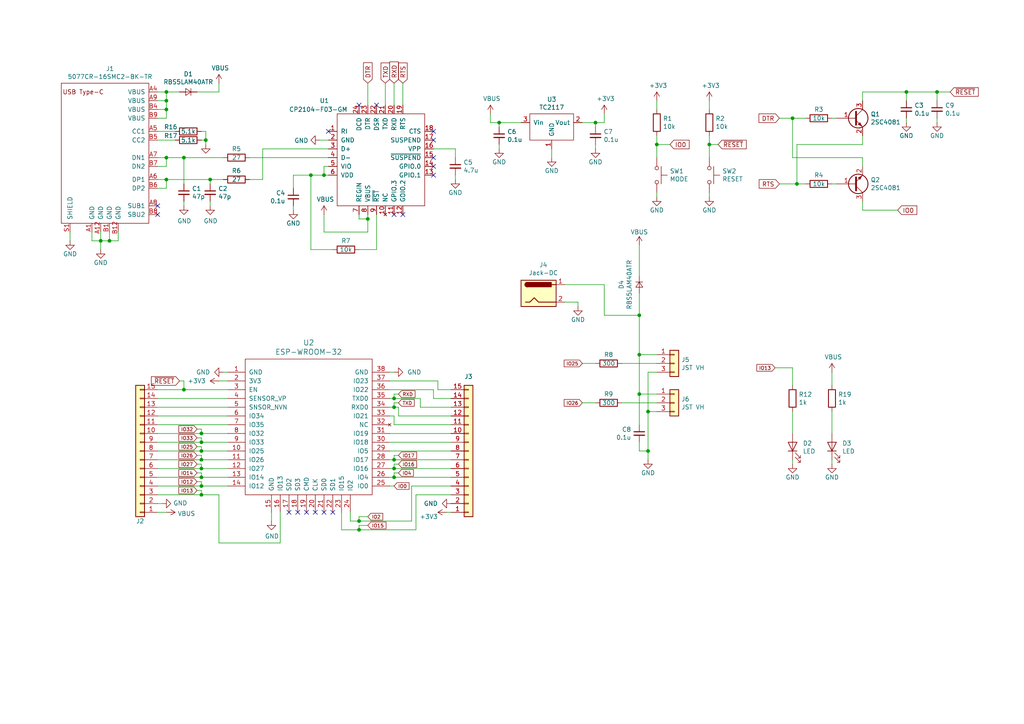
<source format=kicad_sch>
(kicad_sch (version 20230121) (generator eeschema)
  (paper "A4")
  (lib_symbols
    (symbol "ESP32_LED-rescue:+3.3V-power-ESP32_LED-rescue" (power) (pin_names (offset 0))
      (property "Value" "+3.3V-power-ESP32_LED-rescue" (at 0 3.556 0))
      (symbol "+3.3V-power-ESP32_LED-rescue_1_1"
        (pin power_in line (at 0 0 90) (length 0) hide (name "+3V3") (number "1"))
      )
    )
    (symbol "ESP32_LED-rescue:5077CR-16SMC2-BK-TR-akizuki-ESP32_LED-rescue" (pin_names (offset 1.016))
      (property "Reference" "J" (at -12.7 25.4 0))
      (property "Value" "ESP32_LED-rescue_5077CR-16SMC2-BK-TR-akizuki" (at -1.27 22.86 0))
      (symbol "5077CR-16SMC2-BK-TR-akizuki-ESP32_LED-rescue_0_0"
        (text "USB Type-C" (at -6.35 17.78 0) (effects (font (size 1.27 1.27))))
      )
      (symbol "5077CR-16SMC2-BK-TR-akizuki-ESP32_LED-rescue_1_1"
        (pin bidirectional line (at -3.81 -22.86 90) (length 2.54) (name "GND") (number "A1"))
        (pin bidirectional line (at -1.27 -22.86 90) (length 2.54) (name "GND") (number "A12"))
        (pin unspecified line (at 15.24 17.78 180) (length 2.54) (name "VBUS") (number "A4"))
        (pin bidirectional line (at 15.24 6.35 180) (length 2.54) (name "CC1") (number "A5"))
        (pin bidirectional line (at 15.24 -7.62 180) (length 2.54) (name "DP1") (number "A6"))
        (pin bidirectional line (at 15.24 -1.27 180) (length 2.54) (name "DN1") (number "A7"))
        (pin bidirectional line (at 15.24 -15.24 180) (length 2.54) (name "SUB1") (number "A8"))
        (pin unspecified line (at 15.24 15.24 180) (length 2.54) (name "VBUS") (number "A9"))
        (pin bidirectional line (at 1.27 -22.86 90) (length 2.54) (name "GND") (number "B1"))
        (pin bidirectional line (at 3.81 -22.86 90) (length 2.54) (name "GND") (number "B12"))
        (pin unspecified line (at 15.24 12.7 180) (length 2.54) (name "VBUS") (number "B4"))
        (pin bidirectional line (at 15.24 3.81 180) (length 2.54) (name "CC2") (number "B5"))
        (pin bidirectional line (at 15.24 -10.16 180) (length 2.54) (name "DP2") (number "B6"))
        (pin bidirectional line (at 15.24 -3.81 180) (length 2.54) (name "DN2") (number "B7"))
        (pin bidirectional line (at 15.24 -17.78 180) (length 2.54) (name "SBU2") (number "B8"))
        (pin unspecified line (at 15.24 10.16 180) (length 2.54) (name "VBUS") (number "B9"))
        (pin bidirectional line (at -10.16 -22.86 90) (length 2.54) (name "SHIELD") (number "S1"))
      )
    )
    (symbol "ESP32_LED-rescue:CP2104-F03-GM-CP21xx-ESP32_LED-rescue" (pin_names (offset 1.016))
      (property "Reference" "U" (at -16.51 15.24 0))
      (property "Value" "ESP32_LED-rescue_CP2104-F03-GM-CP21xx" (at -17.78 12.7 0))
      (symbol "CP2104-F03-GM-CP21xx-ESP32_LED-rescue_1_1"
        (pin bidirectional line (at -15.24 6.35 0) (length 2.54) (name "RI") (number "1"))
        (pin no_connect line (at 1.27 -17.78 90) (length 2.54) (name "NC") (number "10"))
        (pin bidirectional line (at 3.81 -17.78 90) (length 2.54) (name "GPIO.3") (number "11"))
        (pin bidirectional line (at 6.35 -17.78 90) (length 2.54) (name "GOIO.2") (number "12"))
        (pin bidirectional line (at 15.24 -6.35 180) (length 2.54) (name "GPIO.1") (number "13"))
        (pin bidirectional line (at 15.24 -3.81 180) (length 2.54) (name "GPIO.0") (number "14"))
        (pin bidirectional line (at 15.24 -1.27 180) (length 2.54) (name "~{SUSPEND}") (number "15"))
        (pin bidirectional line (at 15.24 1.27 180) (length 2.54) (name "VPP") (number "16"))
        (pin bidirectional line (at 15.24 3.81 180) (length 2.54) (name "SUSPEND") (number "17"))
        (pin bidirectional line (at 15.24 6.35 180) (length 2.54) (name "CTS") (number "18"))
        (pin bidirectional line (at 6.35 13.97 270) (length 2.54) (name "RTS") (number "19"))
        (pin bidirectional line (at -15.24 3.81 0) (length 2.54) (name "GND") (number "2"))
        (pin bidirectional line (at 3.81 13.97 270) (length 2.54) (name "RXD") (number "20"))
        (pin bidirectional line (at 1.27 13.97 270) (length 2.54) (name "TXD") (number "21"))
        (pin bidirectional line (at -1.27 13.97 270) (length 2.54) (name "DSR") (number "22"))
        (pin bidirectional line (at -3.81 13.97 270) (length 2.54) (name "DTR") (number "23"))
        (pin bidirectional line (at -6.35 13.97 270) (length 2.54) (name "DCD") (number "24"))
        (pin bidirectional line (at -15.24 1.27 0) (length 2.54) (name "D+") (number "3"))
        (pin bidirectional line (at -15.24 -1.27 0) (length 2.54) (name "D-") (number "4"))
        (pin bidirectional line (at -15.24 -3.81 0) (length 2.54) (name "VIO") (number "5"))
        (pin bidirectional line (at -15.24 -6.35 0) (length 2.54) (name "VDD") (number "6"))
        (pin bidirectional line (at -6.35 -17.78 90) (length 2.54) (name "REGIN") (number "7"))
        (pin power_in line (at -3.81 -17.78 90) (length 2.54) (name "VBUS") (number "8"))
        (pin bidirectional line (at -1.27 -17.78 90) (length 2.54) (name "~{RST}") (number "9"))
      )
    )
    (symbol "ESP32_LED-rescue:C_Small-Device-ESP32_LED-rescue" (pin_numbers hide) (pin_names (offset 0.254) hide)
      (property "Reference" "C" (at 0.254 1.778 0))
      (property "Value" "ESP32_LED-rescue_C_Small-Device" (at 0.254 -2.032 0))
      (symbol "C_Small-Device-ESP32_LED-rescue_1_1"
        (pin passive line (at 0 2.54 270) (length 2.032) (name "~") (number "1"))
        (pin passive line (at 0 -2.54 90) (length 2.032) (name "~") (number "2"))
      )
    )
    (symbol "ESP32_LED-rescue:Conn_01x03-Connector_Generic-ESP32_LED-rescue" (pin_names (offset 1.016) hide)
      (property "Reference" "J" (at 0 5.08 0))
      (property "Value" "ESP32_LED-rescue_Conn_01x03-Connector_Generic" (at 0 -5.08 0))
      (symbol "Conn_01x03-Connector_Generic-ESP32_LED-rescue_1_1"
        (pin passive line (at -5.08 2.54 0) (length 3.81) (name "Pin_1") (number "1"))
        (pin passive line (at -5.08 0 0) (length 3.81) (name "Pin_2") (number "2"))
        (pin passive line (at -5.08 -2.54 0) (length 3.81) (name "Pin_3") (number "3"))
      )
    )
    (symbol "ESP32_LED-rescue:Conn_01x15-Connector_Generic-ESP32_LED-rescue" (pin_names (offset 1.016) hide)
      (property "Reference" "J" (at 0 20.32 0))
      (property "Value" "ESP32_LED-rescue_Conn_01x15-Connector_Generic" (at 0 -20.32 0))
      (symbol "Conn_01x15-Connector_Generic-ESP32_LED-rescue_1_1"
        (pin passive line (at -5.08 17.78 0) (length 3.81) (name "Pin_1") (number "1"))
        (pin passive line (at -5.08 -5.08 0) (length 3.81) (name "Pin_10") (number "10"))
        (pin passive line (at -5.08 -7.62 0) (length 3.81) (name "Pin_11") (number "11"))
        (pin passive line (at -5.08 -10.16 0) (length 3.81) (name "Pin_12") (number "12"))
        (pin passive line (at -5.08 -12.7 0) (length 3.81) (name "Pin_13") (number "13"))
        (pin passive line (at -5.08 -15.24 0) (length 3.81) (name "Pin_14") (number "14"))
        (pin passive line (at -5.08 -17.78 0) (length 3.81) (name "Pin_15") (number "15"))
        (pin passive line (at -5.08 15.24 0) (length 3.81) (name "Pin_2") (number "2"))
        (pin passive line (at -5.08 12.7 0) (length 3.81) (name "Pin_3") (number "3"))
        (pin passive line (at -5.08 10.16 0) (length 3.81) (name "Pin_4") (number "4"))
        (pin passive line (at -5.08 7.62 0) (length 3.81) (name "Pin_5") (number "5"))
        (pin passive line (at -5.08 5.08 0) (length 3.81) (name "Pin_6") (number "6"))
        (pin passive line (at -5.08 2.54 0) (length 3.81) (name "Pin_7") (number "7"))
        (pin passive line (at -5.08 0 0) (length 3.81) (name "Pin_8") (number "8"))
        (pin passive line (at -5.08 -2.54 0) (length 3.81) (name "Pin_9") (number "9"))
      )
    )
    (symbol "ESP32_LED-rescue:D_Small-Device-ESP32_LED-rescue" (pin_numbers hide) (pin_names (offset 0.254) hide)
      (property "Reference" "D" (at -1.27 2.032 0))
      (property "Value" "ESP32_LED-rescue_D_Small-Device" (at -3.81 -2.032 0))
      (symbol "D_Small-Device-ESP32_LED-rescue_1_1"
        (pin passive line (at -2.54 0 0) (length 1.778) (name "K") (number "1"))
        (pin passive line (at 2.54 0 180) (length 1.778) (name "A") (number "2"))
      )
    )
    (symbol "ESP32_LED-rescue:GND-power-ESP32_LED-rescue" (power) (pin_names (offset 0))
      (property "Value" "GND-power-ESP32_LED-rescue" (at 0 -3.81 0))
      (symbol "GND-power-ESP32_LED-rescue_1_1"
        (pin power_in line (at 0 0 270) (length 0) hide (name "GND") (number "1"))
      )
    )
    (symbol "ESP32_LED-rescue:Jack-DC-Connector-ESP32_LED-rescue" (pin_names (offset 1.016))
      (property "Reference" "J" (at 0 5.334 0))
      (property "Value" "ESP32_LED-rescue_Jack-DC-Connector" (at 0 -5.08 0))
      (symbol "Jack-DC-Connector-ESP32_LED-rescue_1_1"
        (pin passive line (at 7.62 2.54 180) (length 2.54) (name "~") (number "1"))
        (pin passive line (at 7.62 -2.54 180) (length 2.54) (name "~") (number "2"))
      )
    )
    (symbol "ESP32_LED-rescue:LED-Device-ESP32_LED-rescue" (pin_numbers hide) (pin_names (offset 1.016) hide)
      (property "Reference" "D" (at 0 2.54 0))
      (property "Value" "ESP32_LED-rescue_LED-Device" (at 0 -2.54 0))
      (symbol "LED-Device-ESP32_LED-rescue_1_1"
        (pin passive line (at -3.81 0 0) (length 2.54) (name "K") (number "1"))
        (pin passive line (at 3.81 0 180) (length 2.54) (name "A") (number "2"))
      )
    )
    (symbol "ESP32_LED-rescue:Q_NPN_BEC-Device-ESP32_LED-rescue" (pin_names (offset 0) hide)
      (property "Reference" "Q" (at 5.08 1.27 0))
      (property "Value" "ESP32_LED-rescue_Q_NPN_BEC-Device" (at 5.08 -1.27 0))
      (symbol "Q_NPN_BEC-Device-ESP32_LED-rescue_1_1"
        (pin input line (at -5.08 0 0) (length 5.715) (name "B") (number "1"))
        (pin passive line (at 2.54 -5.08 90) (length 2.54) (name "E") (number "2"))
        (pin passive line (at 2.54 5.08 270) (length 2.54) (name "C") (number "3"))
      )
    )
    (symbol "ESP32_LED-rescue:R-Device-ESP32_LED-rescue" (pin_numbers hide) (pin_names (offset 0))
      (property "Reference" "R" (at 2.032 0 90))
      (property "Value" "ESP32_LED-rescue_R-Device" (at 0 0 90))
      (symbol "R-Device-ESP32_LED-rescue_1_1"
        (pin passive line (at 0 3.81 270) (length 1.27) (name "~") (number "1"))
        (pin passive line (at 0 -3.81 90) (length 1.27) (name "~") (number "2"))
      )
    )
    (symbol "ESP32_LED-rescue:SW_Push-Switch-ESP32_LED-rescue" (pin_numbers hide) (pin_names (offset 1.016) hide)
      (property "Reference" "SW" (at 1.27 2.54 0))
      (property "Value" "ESP32_LED-rescue_SW_Push-Switch" (at 0 -1.524 0))
      (symbol "SW_Push-Switch-ESP32_LED-rescue_0_1"
        (pin passive line (at -5.08 0 0) (length 2.54) (name "1") (number "1"))
        (pin passive line (at 5.08 0 180) (length 2.54) (name "2") (number "2"))
      )
    )
    (symbol "ESP32_LED-rescue:TC2117-LDO-ESP32_LED-rescue" (pin_names (offset 1.016))
      (property "Reference" "U" (at 0 6.35 0))
      (property "Value" "ESP32_LED-rescue_TC2117-LDO" (at 0 3.81 0))
      (symbol "TC2117-LDO-ESP32_LED-rescue_1_1"
        (pin power_out line (at 0 -7.62 90) (length 2.54) (name "GND") (number "1"))
        (pin power_out line (at 8.89 0 180) (length 2.54) (name "Vout") (number "2"))
        (pin power_in line (at -8.89 0 0) (length 2.54) (name "Vin") (number "3"))
      )
    )
    (symbol "ESP32_LED-rescue:VBUS-power-ESP32_LED-rescue" (power) (pin_names (offset 0))
      (property "Value" "VBUS-power-ESP32_LED-rescue" (at 0 3.81 0))
      (symbol "VBUS-power-ESP32_LED-rescue_1_1"
        (pin power_in line (at 0 0 90) (length 0) hide (name "VBUS") (number "1"))
      )
    )
    (symbol "esp-wroom-32:ESP-WROOM-32" (pin_names (offset 1.016))
      (property "Reference" "U" (at 0 21.59 0))
      (property "Value" "ESP-WROOM-32" (at 1.27 26.67 0))
      (symbol "ESP-WROOM-32_1_1"
        (pin input line (at -22.86 20.32 0) (length 5.08) (name "GND") (number "1"))
        (pin passive line (at -22.86 -2.54 0) (length 5.08) (name "IO25") (number "10"))
        (pin passive line (at -22.86 -5.08 0) (length 5.08) (name "IO26") (number "11"))
        (pin passive line (at -22.86 -7.62 0) (length 5.08) (name "IO27") (number "12"))
        (pin passive line (at -22.86 -10.16 0) (length 5.08) (name "IO14") (number "13"))
        (pin passive line (at -22.86 -12.7 0) (length 5.08) (name "IO12") (number "14"))
        (pin passive line (at -10.16 -20.32 90) (length 5.08) (name "GND") (number "15"))
        (pin passive line (at -7.62 -20.32 90) (length 5.08) (name "IO13") (number "16"))
        (pin passive line (at -5.08 -20.32 90) (length 5.08) (name "SD2") (number "17"))
        (pin passive line (at -2.54 -20.32 90) (length 5.08) (name "SD3") (number "18"))
        (pin passive line (at 0 -20.32 90) (length 5.08) (name "CMD") (number "19"))
        (pin input line (at -22.86 17.78 0) (length 5.08) (name "3V3") (number "2"))
        (pin passive line (at 2.54 -20.32 90) (length 5.08) (name "CLK") (number "20"))
        (pin passive line (at 5.08 -20.32 90) (length 5.08) (name "SD0") (number "21"))
        (pin passive line (at 7.62 -20.32 90) (length 5.08) (name "SD1") (number "22"))
        (pin passive line (at 10.16 -20.32 90) (length 5.08) (name "IO15") (number "23"))
        (pin passive line (at 12.7 -20.32 90) (length 5.08) (name "IO2") (number "24"))
        (pin passive line (at 24.13 -12.7 180) (length 5.08) (name "IO0") (number "25"))
        (pin passive line (at 24.13 -10.16 180) (length 5.08) (name "IO4") (number "26"))
        (pin passive line (at 24.13 -7.62 180) (length 5.08) (name "IO16") (number "27"))
        (pin passive line (at 24.13 -5.08 180) (length 5.08) (name "IO17") (number "28"))
        (pin passive line (at 24.13 -2.54 180) (length 5.08) (name "IO5") (number "29"))
        (pin passive line (at -22.86 15.24 0) (length 5.08) (name "EN") (number "3"))
        (pin passive line (at 24.13 0 180) (length 5.08) (name "IO18") (number "30"))
        (pin passive line (at 24.13 2.54 180) (length 5.08) (name "IO19") (number "31"))
        (pin no_connect line (at 24.13 5.08 180) (length 5.08) (name "NC") (number "32"))
        (pin passive line (at 24.13 7.62 180) (length 5.08) (name "IO21") (number "33"))
        (pin passive line (at 24.13 10.16 180) (length 5.08) (name "RXD0") (number "34"))
        (pin passive line (at 24.13 12.7 180) (length 5.08) (name "TXD0") (number "35"))
        (pin passive line (at 24.13 15.24 180) (length 5.08) (name "IO22") (number "36"))
        (pin passive line (at 24.13 17.78 180) (length 5.08) (name "IO23") (number "37"))
        (pin passive line (at 24.13 20.32 180) (length 5.08) (name "GND") (number "38"))
        (pin passive line (at -22.86 12.7 0) (length 5.08) (name "SENSOR_VP") (number "4"))
        (pin passive line (at -22.86 10.16 0) (length 5.08) (name "SNSOR_NVN") (number "5"))
        (pin passive line (at -22.86 7.62 0) (length 5.08) (name "IO34") (number "6"))
        (pin passive line (at -22.86 5.08 0) (length 5.08) (name "IO35") (number "7"))
        (pin passive line (at -22.86 2.54 0) (length 5.08) (name "IO32") (number "8"))
        (pin passive line (at -22.86 0 0) (length 5.08) (name "IO33") (number "9"))
      )
    )
  )
  (junction (at 172.72 35.56))
  (junction (at 187.96 119.38))
  (junction (at 205.74 41.91))
  (junction (at 58.42 128.27))
  (junction (at 31.75 69.85))
  (junction (at 104.14 153.67))
  (junction (at 90.17 50.8))
  (junction (at 185.42 91.44))
  (junction (at 59.69 40.64))
  (junction (at 58.42 125.73))
  (junction (at 271.78 26.67))
  (junction (at 144.78 35.56))
  (junction (at 48.26 29.21))
  (junction (at 114.3 118.11))
  (junction (at 29.21 69.85))
  (junction (at 58.42 143.51))
  (junction (at 106.68 63.5))
  (junction (at 104.14 151.13))
  (junction (at 60.96 52.07))
  (junction (at 114.3 115.57))
  (junction (at 58.42 140.97))
  (junction (at 58.42 138.43))
  (junction (at 114.3 133.35))
  (junction (at 185.42 114.3))
  (junction (at 58.42 130.81))
  (junction (at 231.14 53.34))
  (junction (at 48.26 31.75))
  (junction (at 53.34 113.03))
  (junction (at 187.96 130.81))
  (junction (at 262.89 26.67))
  (junction (at 190.5 41.91))
  (junction (at 48.26 45.72))
  (junction (at 185.42 102.87))
  (junction (at 93.98 50.8))
  (junction (at 58.42 135.89))
  (junction (at 114.3 135.89))
  (junction (at 48.26 52.07))
  (junction (at 114.3 138.43))
  (junction (at 48.26 26.67))
  (junction (at 229.87 34.29))
  (junction (at 58.42 133.35))
  (junction (at 53.34 45.72))
  (no_connect (at 83.82 148.59))
  (no_connect (at 96.52 148.59))
  (no_connect (at 93.98 148.59))
  (no_connect (at 88.9 148.59))
  (no_connect (at 91.44 148.59))
  (no_connect (at 125.73 38.1))
  (no_connect (at 86.36 148.59))
  (no_connect (at 45.72 62.23))
  (no_connect (at 125.73 45.72))
  (no_connect (at 104.14 30.48))
  (no_connect (at 95.25 38.1))
  (no_connect (at 109.22 30.48))
  (no_connect (at 45.72 59.69))
  (no_connect (at 114.3 62.23))
  (no_connect (at 116.84 62.23))
  (no_connect (at 125.73 50.8))
  (no_connect (at 125.73 48.26))
  (no_connect (at 125.73 40.64))
  (wire (pts (xy 29.21 69.85) (xy 31.75 69.85)))
  (wire (pts (xy 104.14 149.86) (xy 104.14 151.13)))
  (wire (pts (xy 90.17 72.39) (xy 90.17 50.8)))
  (wire (pts (xy 224.79 106.68) (xy 229.87 106.68)))
  (wire (pts (xy 57.15 132.08) (xy 58.42 132.08)))
  (wire (pts (xy 116.84 24.13) (xy 116.84 30.48)))
  (wire (pts (xy 250.19 41.91) (xy 250.19 39.37)))
  (wire (pts (xy 167.64 87.63) (xy 167.64 88.9)))
  (wire (pts (xy 125.73 113.03) (xy 113.03 113.03)))
  (wire (pts (xy 190.5 102.87) (xy 185.42 102.87)))
  (wire (pts (xy 58.42 40.64) (xy 59.69 40.64)))
  (wire (pts (xy 115.57 120.65) (xy 115.57 118.11)))
  (wire (pts (xy 113.03 140.97) (xy 114.3 140.97)))
  (wire (pts (xy 85.09 59.69) (xy 85.09 60.96)))
  (wire (pts (xy 57.15 142.24) (xy 58.42 142.24)))
  (wire (pts (xy 231.14 41.91) (xy 250.19 41.91)))
  (wire (pts (xy 53.34 110.49) (xy 52.07 110.49)))
  (wire (pts (xy 190.5 41.91) (xy 194.31 41.91)))
  (wire (pts (xy 119.38 140.97) (xy 130.81 140.97)))
  (wire (pts (xy 59.69 40.64) (xy 59.69 38.1)))
  (wire (pts (xy 58.42 134.62) (xy 58.42 135.89)))
  (wire (pts (xy 205.74 55.88) (xy 205.74 57.15)))
  (wire (pts (xy 187.96 133.35) (xy 187.96 130.81)))
  (wire (pts (xy 241.3 107.95) (xy 241.3 111.76)))
  (wire (pts (xy 113.03 135.89) (xy 114.3 135.89)))
  (wire (pts (xy 144.78 41.91) (xy 144.78 43.18)))
  (wire (pts (xy 45.72 31.75) (xy 48.26 31.75)))
  (wire (pts (xy 114.3 135.89) (xy 130.81 135.89)))
  (wire (pts (xy 48.26 29.21) (xy 48.26 26.67)))
  (wire (pts (xy 63.5 110.49) (xy 66.04 110.49)))
  (wire (pts (xy 119.38 151.13) (xy 119.38 140.97)))
  (wire (pts (xy 48.26 31.75) (xy 48.26 29.21)))
  (wire (pts (xy 233.68 53.34) (xy 231.14 53.34)))
  (wire (pts (xy 241.3 119.38) (xy 241.3 125.73)))
  (wire (pts (xy 101.6 148.59) (xy 101.6 151.13)))
  (wire (pts (xy 120.65 143.51) (xy 130.81 143.51)))
  (wire (pts (xy 114.3 137.16) (xy 115.57 137.16)))
  (wire (pts (xy 190.5 105.41) (xy 180.34 105.41)))
  (wire (pts (xy 26.67 69.85) (xy 29.21 69.85)))
  (wire (pts (xy 45.72 140.97) (xy 58.42 140.97)))
  (wire (pts (xy 190.5 116.84) (xy 180.34 116.84)))
  (wire (pts (xy 48.26 52.07) (xy 60.96 52.07)))
  (wire (pts (xy 106.68 149.86) (xy 104.14 149.86)))
  (wire (pts (xy 111.76 24.13) (xy 111.76 30.48)))
  (wire (pts (xy 229.87 45.72) (xy 250.19 45.72)))
  (wire (pts (xy 45.72 113.03) (xy 53.34 113.03)))
  (wire (pts (xy 175.26 82.55) (xy 175.26 91.44)))
  (wire (pts (xy 115.57 116.84) (xy 114.3 116.84)))
  (wire (pts (xy 57.15 129.54) (xy 58.42 129.54)))
  (wire (pts (xy 58.42 128.27) (xy 66.04 128.27)))
  (wire (pts (xy 48.26 52.07) (xy 45.72 52.07)))
  (wire (pts (xy 205.74 41.91) (xy 208.28 41.91)))
  (wire (pts (xy 187.96 119.38) (xy 190.5 119.38)))
  (wire (pts (xy 31.75 67.31) (xy 31.75 69.85)))
  (wire (pts (xy 45.72 125.73) (xy 58.42 125.73)))
  (wire (pts (xy 172.72 41.91) (xy 172.72 43.18)))
  (wire (pts (xy 48.26 34.29) (xy 48.26 31.75)))
  (wire (pts (xy 113.03 128.27) (xy 130.81 128.27)))
  (wire (pts (xy 250.19 45.72) (xy 250.19 48.26)))
  (wire (pts (xy 53.34 53.34) (xy 53.34 45.72)))
  (wire (pts (xy 106.68 62.23) (xy 106.68 63.5)))
  (wire (pts (xy 127 110.49) (xy 127 113.03)))
  (wire (pts (xy 93.98 50.8) (xy 90.17 50.8)))
  (wire (pts (xy 58.42 140.97) (xy 66.04 140.97)))
  (wire (pts (xy 104.14 63.5) (xy 106.68 63.5)))
  (wire (pts (xy 48.26 45.72) (xy 53.34 45.72)))
  (wire (pts (xy 29.21 69.85) (xy 29.21 72.39)))
  (wire (pts (xy 168.91 105.41) (xy 172.72 105.41)))
  (wire (pts (xy 163.83 87.63) (xy 167.64 87.63)))
  (wire (pts (xy 64.77 107.95) (xy 66.04 107.95)))
  (wire (pts (xy 114.3 115.57) (xy 121.92 115.57)))
  (wire (pts (xy 250.19 29.21) (xy 250.19 26.67)))
  (wire (pts (xy 114.3 118.11) (xy 113.03 118.11)))
  (wire (pts (xy 99.06 153.67) (xy 104.14 153.67)))
  (wire (pts (xy 241.3 53.34) (xy 242.57 53.34)))
  (wire (pts (xy 76.2 43.18) (xy 95.25 43.18)))
  (wire (pts (xy 57.15 124.46) (xy 58.42 124.46)))
  (wire (pts (xy 229.87 119.38) (xy 229.87 125.73)))
  (wire (pts (xy 58.42 127) (xy 58.42 128.27)))
  (wire (pts (xy 168.91 116.84) (xy 172.72 116.84)))
  (wire (pts (xy 50.8 40.64) (xy 45.72 40.64)))
  (wire (pts (xy 241.3 34.29) (xy 242.57 34.29)))
  (wire (pts (xy 229.87 34.29) (xy 229.87 45.72)))
  (wire (pts (xy 45.72 45.72) (xy 48.26 45.72)))
  (wire (pts (xy 113.03 110.49) (xy 127 110.49)))
  (wire (pts (xy 63.5 26.67) (xy 63.5 24.13)))
  (wire (pts (xy 53.34 45.72) (xy 64.77 45.72)))
  (wire (pts (xy 205.74 39.37) (xy 205.74 41.91)))
  (wire (pts (xy 114.3 114.3) (xy 114.3 115.57)))
  (wire (pts (xy 76.2 43.18) (xy 76.2 52.07)))
  (wire (pts (xy 250.19 26.67) (xy 262.89 26.67)))
  (wire (pts (xy 144.78 35.56) (xy 151.13 35.56)))
  (wire (pts (xy 93.98 48.26) (xy 93.98 50.8)))
  (wire (pts (xy 114.3 133.35) (xy 114.3 132.08)))
  (wire (pts (xy 115.57 120.65) (xy 130.81 120.65)))
  (wire (pts (xy 205.74 29.21) (xy 205.74 31.75)))
  (wire (pts (xy 125.73 43.18) (xy 132.08 43.18)))
  (wire (pts (xy 45.72 48.26) (xy 48.26 48.26)))
  (wire (pts (xy 90.17 72.39) (xy 96.52 72.39)))
  (wire (pts (xy 130.81 115.57) (xy 125.73 115.57)))
  (wire (pts (xy 58.42 135.89) (xy 66.04 135.89)))
  (wire (pts (xy 113.03 138.43) (xy 114.3 138.43)))
  (wire (pts (xy 63.5 143.51) (xy 63.5 157.48)))
  (wire (pts (xy 175.26 91.44) (xy 185.42 91.44)))
  (wire (pts (xy 58.42 138.43) (xy 66.04 138.43)))
  (wire (pts (xy 50.8 38.1) (xy 45.72 38.1)))
  (wire (pts (xy 190.5 45.72) (xy 190.5 41.91)))
  (wire (pts (xy 127 113.03) (xy 130.81 113.03)))
  (wire (pts (xy 104.14 152.4) (xy 104.14 153.67)))
  (wire (pts (xy 95.25 50.8) (xy 93.98 50.8)))
  (wire (pts (xy 113.03 125.73) (xy 130.81 125.73)))
  (wire (pts (xy 93.98 67.31) (xy 106.68 67.31)))
  (wire (pts (xy 45.72 135.89) (xy 58.42 135.89)))
  (wire (pts (xy 120.65 153.67) (xy 120.65 143.51)))
  (wire (pts (xy 142.24 35.56) (xy 144.78 35.56)))
  (wire (pts (xy 113.03 120.65) (xy 114.3 120.65)))
  (wire (pts (xy 114.3 107.95) (xy 113.03 107.95)))
  (wire (pts (xy 113.03 115.57) (xy 114.3 115.57)))
  (wire (pts (xy 121.92 118.11) (xy 130.81 118.11)))
  (wire (pts (xy 101.6 151.13) (xy 104.14 151.13)))
  (wire (pts (xy 144.78 36.83) (xy 144.78 35.56)))
  (wire (pts (xy 185.42 91.44) (xy 185.42 85.09)))
  (wire (pts (xy 99.06 148.59) (xy 99.06 153.67)))
  (wire (pts (xy 250.19 60.96) (xy 260.35 60.96)))
  (wire (pts (xy 114.3 30.48) (xy 114.3 24.13)))
  (wire (pts (xy 60.96 52.07) (xy 64.77 52.07)))
  (wire (pts (xy 104.14 72.39) (xy 109.22 72.39)))
  (wire (pts (xy 45.72 118.11) (xy 66.04 118.11)))
  (wire (pts (xy 58.42 137.16) (xy 58.42 138.43)))
  (wire (pts (xy 185.42 130.81) (xy 187.96 130.81)))
  (wire (pts (xy 95.25 48.26) (xy 93.98 48.26)))
  (wire (pts (xy 45.72 123.19) (xy 66.04 123.19)))
  (wire (pts (xy 26.67 67.31) (xy 26.67 69.85)))
  (wire (pts (xy 58.42 139.7) (xy 58.42 140.97)))
  (wire (pts (xy 106.68 152.4) (xy 104.14 152.4)))
  (wire (pts (xy 78.74 148.59) (xy 78.74 151.13)))
  (wire (pts (xy 190.5 29.21) (xy 190.5 31.75)))
  (wire (pts (xy 45.72 138.43) (xy 58.42 138.43)))
  (wire (pts (xy 229.87 133.35) (xy 229.87 134.62)))
  (wire (pts (xy 45.72 128.27) (xy 58.42 128.27)))
  (wire (pts (xy 163.83 82.55) (xy 175.26 82.55)))
  (wire (pts (xy 57.15 137.16) (xy 58.42 137.16)))
  (wire (pts (xy 85.09 50.8) (xy 90.17 50.8)))
  (wire (pts (xy 271.78 26.67) (xy 275.59 26.67)))
  (wire (pts (xy 271.78 29.21) (xy 271.78 26.67)))
  (wire (pts (xy 104.14 153.67) (xy 120.65 153.67)))
  (wire (pts (xy 58.42 129.54) (xy 58.42 130.81)))
  (wire (pts (xy 58.42 125.73) (xy 66.04 125.73)))
  (wire (pts (xy 114.3 138.43) (xy 114.3 137.16)))
  (wire (pts (xy 190.5 55.88) (xy 190.5 57.15)))
  (wire (pts (xy 57.15 134.62) (xy 58.42 134.62)))
  (wire (pts (xy 34.29 69.85) (xy 34.29 67.31)))
  (wire (pts (xy 271.78 34.29) (xy 271.78 35.56)))
  (wire (pts (xy 241.3 133.35) (xy 241.3 134.62)))
  (wire (pts (xy 231.14 53.34) (xy 231.14 41.91)))
  (wire (pts (xy 58.42 130.81) (xy 66.04 130.81)))
  (wire (pts (xy 104.14 151.13) (xy 119.38 151.13)))
  (wire (pts (xy 185.42 128.27) (xy 185.42 130.81)))
  (wire (pts (xy 20.32 69.85) (xy 20.32 67.31)))
  (wire (pts (xy 29.21 67.31) (xy 29.21 69.85)))
  (wire (pts (xy 45.72 130.81) (xy 58.42 130.81)))
  (wire (pts (xy 45.72 120.65) (xy 66.04 120.65)))
  (wire (pts (xy 48.26 48.26) (xy 48.26 45.72)))
  (wire (pts (xy 114.3 120.65) (xy 114.3 123.19)))
  (wire (pts (xy 121.92 115.57) (xy 121.92 118.11)))
  (wire (pts (xy 45.72 148.59) (xy 48.26 148.59)))
  (wire (pts (xy 106.68 24.13) (xy 106.68 30.48)))
  (wire (pts (xy 262.89 26.67) (xy 271.78 26.67)))
  (wire (pts (xy 45.72 146.05) (xy 46.99 146.05)))
  (wire (pts (xy 114.3 135.89) (xy 114.3 134.62)))
  (wire (pts (xy 45.72 26.67) (xy 48.26 26.67)))
  (wire (pts (xy 45.72 133.35) (xy 58.42 133.35)))
  (wire (pts (xy 113.03 133.35) (xy 114.3 133.35)))
  (wire (pts (xy 114.3 116.84) (xy 114.3 118.11)))
  (wire (pts (xy 92.71 40.64) (xy 95.25 40.64)))
  (wire (pts (xy 58.42 133.35) (xy 66.04 133.35)))
  (wire (pts (xy 72.39 45.72) (xy 95.25 45.72)))
  (wire (pts (xy 172.72 35.56) (xy 175.26 35.56)))
  (wire (pts (xy 172.72 36.83) (xy 172.72 35.56)))
  (wire (pts (xy 57.15 139.7) (xy 58.42 139.7)))
  (wire (pts (xy 45.72 115.57) (xy 66.04 115.57)))
  (wire (pts (xy 187.96 107.95) (xy 187.96 119.38)))
  (wire (pts (xy 57.15 127) (xy 58.42 127)))
  (wire (pts (xy 53.34 58.42) (xy 53.34 59.69)))
  (wire (pts (xy 72.39 52.07) (xy 76.2 52.07)))
  (wire (pts (xy 31.75 69.85) (xy 34.29 69.85)))
  (wire (pts (xy 130.81 148.59) (xy 129.54 148.59)))
  (wire (pts (xy 190.5 114.3) (xy 185.42 114.3)))
  (wire (pts (xy 59.69 38.1) (xy 58.42 38.1)))
  (wire (pts (xy 63.5 157.48) (xy 81.28 157.48)))
  (wire (pts (xy 106.68 63.5) (xy 106.68 67.31)))
  (wire (pts (xy 142.24 33.02) (xy 142.24 35.56)))
  (wire (pts (xy 45.72 34.29) (xy 48.26 34.29)))
  (wire (pts (xy 229.87 106.68) (xy 229.87 111.76)))
  (wire (pts (xy 231.14 53.34) (xy 226.06 53.34)))
  (wire (pts (xy 59.69 41.91) (xy 59.69 40.64)))
  (wire (pts (xy 132.08 43.18) (xy 132.08 45.72)))
  (wire (pts (xy 109.22 72.39) (xy 109.22 62.23)))
  (wire (pts (xy 114.3 123.19) (xy 130.81 123.19)))
  (wire (pts (xy 114.3 133.35) (xy 130.81 133.35)))
  (wire (pts (xy 132.08 50.8) (xy 132.08 52.07)))
  (wire (pts (xy 229.87 34.29) (xy 233.68 34.29)))
  (wire (pts (xy 190.5 107.95) (xy 187.96 107.95)))
  (wire (pts (xy 58.42 142.24) (xy 58.42 143.51)))
  (wire (pts (xy 104.14 62.23) (xy 104.14 63.5)))
  (wire (pts (xy 53.34 110.49) (xy 53.34 113.03)))
  (wire (pts (xy 53.34 113.03) (xy 66.04 113.03)))
  (wire (pts (xy 57.15 26.67) (xy 63.5 26.67)))
  (wire (pts (xy 114.3 138.43) (xy 130.81 138.43)))
  (wire (pts (xy 114.3 134.62) (xy 115.57 134.62)))
  (wire (pts (xy 113.03 130.81) (xy 130.81 130.81)))
  (wire (pts (xy 185.42 71.12) (xy 185.42 80.01)))
  (wire (pts (xy 250.19 58.42) (xy 250.19 60.96)))
  (wire (pts (xy 85.09 50.8) (xy 85.09 54.61)))
  (wire (pts (xy 81.28 157.48) (xy 81.28 148.59)))
  (wire (pts (xy 60.96 53.34) (xy 60.96 52.07)))
  (wire (pts (xy 190.5 39.37) (xy 190.5 41.91)))
  (wire (pts (xy 58.42 143.51) (xy 63.5 143.51)))
  (wire (pts (xy 262.89 34.29) (xy 262.89 35.56)))
  (wire (pts (xy 125.73 115.57) (xy 125.73 113.03)))
  (wire (pts (xy 160.02 43.18) (xy 160.02 45.72)))
  (wire (pts (xy 58.42 124.46) (xy 58.42 125.73)))
  (wire (pts (xy 114.3 132.08) (xy 115.57 132.08)))
  (wire (pts (xy 187.96 119.38) (xy 187.96 130.81)))
  (wire (pts (xy 45.72 143.51) (xy 58.42 143.51)))
  (wire (pts (xy 185.42 102.87) (xy 185.42 114.3)))
  (wire (pts (xy 45.72 54.61) (xy 48.26 54.61)))
  (wire (pts (xy 48.26 26.67) (xy 52.07 26.67)))
  (wire (pts (xy 226.06 34.29) (xy 229.87 34.29)))
  (wire (pts (xy 58.42 132.08) (xy 58.42 133.35)))
  (wire (pts (xy 205.74 45.72) (xy 205.74 41.91)))
  (wire (pts (xy 93.98 62.23) (xy 93.98 67.31)))
  (wire (pts (xy 115.57 114.3) (xy 114.3 114.3)))
  (wire (pts (xy 48.26 29.21) (xy 45.72 29.21)))
  (wire (pts (xy 262.89 29.21) (xy 262.89 26.67)))
  (wire (pts (xy 48.26 52.07) (xy 48.26 54.61)))
  (wire (pts (xy 185.42 91.44) (xy 185.42 102.87)))
  (wire (pts (xy 60.96 58.42) (xy 60.96 59.69)))
  (wire (pts (xy 175.26 33.02) (xy 175.26 35.56)))
  (wire (pts (xy 115.57 118.11) (xy 114.3 118.11)))
  (wire (pts (xy 168.91 35.56) (xy 172.72 35.56)))
  (wire (pts (xy 185.42 114.3) (xy 185.42 123.19)))
  (global_label "~{RESET}" (shape input) (at 208.28 41.91 0) (property "Intersheetrefs" "${INTERSHEET_REFS}" (effects hide)))
  (global_label "IO0" (shape input) (at 114.3 140.97 0) (effects (font (size 0.9906 0.9906))) (property "Intersheetrefs" "${INTERSHEET_REFS}" (effects hide)))
  (global_label "IO13" (shape input) (at 57.15 142.24 180) (effects (font (size 0.9906 0.9906))) (property "Intersheetrefs" "${INTERSHEET_REFS}" (effects hide)))
  (global_label "TXD" (shape input) (at 111.76 24.13 90) (property "Intersheetrefs" "${INTERSHEET_REFS}" (effects hide)))
  (global_label "IO25" (shape input) (at 168.91 105.41 180) (effects (font (size 0.9906 0.9906))) (property "Intersheetrefs" "${INTERSHEET_REFS}" (effects hide)))
  (global_label "IO17" (shape input) (at 115.57 132.08 0) (effects (font (size 0.9906 0.9906))) (property "Intersheetrefs" "${INTERSHEET_REFS}" (effects hide)))
  (global_label "IO2" (shape input) (at 106.68 149.86 0) (effects (font (size 0.9906 0.9906))) (property "Intersheetrefs" "${INTERSHEET_REFS}" (effects hide)))
  (global_label "IO26" (shape input) (at 168.91 116.84 180) (effects (font (size 0.9906 0.9906))) (property "Intersheetrefs" "${INTERSHEET_REFS}" (effects hide)))
  (global_label "IO26" (shape input) (at 57.15 132.08 180) (effects (font (size 0.9906 0.9906))) (property "Intersheetrefs" "${INTERSHEET_REFS}" (effects hide)))
  (global_label "~{RESET}" (shape input) (at 52.07 110.49 180) (property "Intersheetrefs" "${INTERSHEET_REFS}" (effects hide)))
  (global_label "IO33" (shape input) (at 57.15 127 180) (effects (font (size 0.9906 0.9906))) (property "Intersheetrefs" "${INTERSHEET_REFS}" (effects hide)))
  (global_label "RTS" (shape input) (at 226.06 53.34 180) (property "Intersheetrefs" "${INTERSHEET_REFS}" (effects hide)))
  (global_label "RXD" (shape input) (at 114.3 24.13 90) (property "Intersheetrefs" "${INTERSHEET_REFS}" (effects hide)))
  (global_label "IO25" (shape input) (at 57.15 129.54 180) (effects (font (size 0.9906 0.9906))) (property "Intersheetrefs" "${INTERSHEET_REFS}" (effects hide)))
  (global_label "IO27" (shape input) (at 57.15 134.62 180) (effects (font (size 0.9906 0.9906))) (property "Intersheetrefs" "${INTERSHEET_REFS}" (effects hide)))
  (global_label "IO13" (shape input) (at 224.79 106.68 180) (effects (font (size 0.9906 0.9906))) (property "Intersheetrefs" "${INTERSHEET_REFS}" (effects hide)))
  (global_label "TXD" (shape input) (at 115.57 116.84 0) (effects (font (size 0.9906 0.9906))) (property "Intersheetrefs" "${INTERSHEET_REFS}" (effects hide)))
  (global_label "IO32" (shape input) (at 57.15 124.46 180) (effects (font (size 0.9906 0.9906))) (property "Intersheetrefs" "${INTERSHEET_REFS}" (effects hide)))
  (global_label "IO0" (shape input) (at 194.31 41.91 0) (property "Intersheetrefs" "${INTERSHEET_REFS}" (effects hide)))
  (global_label "IO14" (shape input) (at 57.15 137.16 180) (effects (font (size 0.9906 0.9906))) (property "Intersheetrefs" "${INTERSHEET_REFS}" (effects hide)))
  (global_label "DTR" (shape input) (at 106.68 24.13 90) (property "Intersheetrefs" "${INTERSHEET_REFS}" (effects hide)))
  (global_label "IO4" (shape input) (at 115.57 137.16 0) (effects (font (size 0.9906 0.9906))) (property "Intersheetrefs" "${INTERSHEET_REFS}" (effects hide)))
  (global_label "IO12" (shape input) (at 57.15 139.7 180) (effects (font (size 0.9906 0.9906))) (property "Intersheetrefs" "${INTERSHEET_REFS}" (effects hide)))
  (global_label "DTR" (shape input) (at 226.06 34.29 180) (property "Intersheetrefs" "${INTERSHEET_REFS}" (effects hide)))
  (global_label "IO15" (shape input) (at 106.68 152.4 0) (effects (font (size 0.9906 0.9906))) (property "Intersheetrefs" "${INTERSHEET_REFS}" (effects hide)))
  (global_label "IO0" (shape input) (at 260.35 60.96 0) (property "Intersheetrefs" "${INTERSHEET_REFS}" (effects hide)))
  (global_label "RTS" (shape input) (at 116.84 24.13 90) (property "Intersheetrefs" "${INTERSHEET_REFS}" (effects hide)))
  (global_label "~{RESET}" (shape input) (at 275.59 26.67 0) (property "Intersheetrefs" "${INTERSHEET_REFS}" (effects hide)))
  (global_label "RXD" (shape input) (at 115.57 114.3 0) (effects (font (size 0.9906 0.9906))) (property "Intersheetrefs" "${INTERSHEET_REFS}" (effects hide)))
  (global_label "IO16" (shape input) (at 115.57 134.62 0) (effects (font (size 0.9906 0.9906))) (property "Intersheetrefs" "${INTERSHEET_REFS}" (effects hide)))
  (symbol (lib_id "esp-wroom-32:ESP-WROOM-32") (at 88.9 128.27 0) (unit 1)
    (property "Reference" "U2" (at 89.535 99.3902 0) (effects (font (size 1.524 1.524))))
    (property "Value" "ESP-WROOM-32" (at 89.535 102.0826 0) (effects (font (size 1.524 1.524))))
    (property "Footprint" "ESP32:ESP32" (effects hide))
  )
  (symbol (lib_id "ESP32_LED-rescue:GND-power-ESP32_LED-rescue") (at 29.21 72.39 0) (unit 1)
    (property "Reference" "#PWR04" (effects hide))
    (property "Value" "GND" (at 29.21 76.2 0))
  )
  (symbol (lib_id "ESP32_LED-rescue:GND-power-ESP32_LED-rescue") (at 20.32 69.85 0) (unit 1)
    (property "Reference" "#PWR03" (effects hide))
    (property "Value" "GND" (at 20.32 73.66 0))
  )
  (symbol (lib_id "ESP32_LED-rescue:TC2117-LDO-ESP32_LED-rescue") (at 160.02 35.56 0) (unit 1)
    (property "Reference" "U3" (at 160.02 28.829 0))
    (property "Value" "TC2117" (at 160.02 31.1404 0))
    (property "Footprint" "Package_TO_SOT_SMD:SOT-223" (effects hide))
  )
  (symbol (lib_id "ESP32_LED-rescue:GND-power-ESP32_LED-rescue") (at 160.02 45.72 0) (unit 1)
    (property "Reference" "#PWR025" (effects hide))
    (property "Value" "GND" (at 160.02 49.53 0))
  )
  (symbol (lib_id "ESP32_LED-rescue:GND-power-ESP32_LED-rescue") (at 64.77 107.95 270) (unit 1)
    (property "Reference" "#PWR014" (effects hide))
    (property "Value" "GND" (at 60.96 107.95 90) (effects (justify right)))
  )
  (symbol (lib_id "ESP32_LED-rescue:GND-power-ESP32_LED-rescue") (at 114.3 107.95 90) (unit 1)
    (property "Reference" "#PWR020" (effects hide))
    (property "Value" "GND" (at 118.11 107.95 90) (effects (justify right)))
  )
  (symbol (lib_id "ESP32_LED-rescue:GND-power-ESP32_LED-rescue") (at 78.74 151.13 0) (unit 1)
    (property "Reference" "#PWR018" (effects hide))
    (property "Value" "GND" (at 78.867 155.5242 0))
  )
  (symbol (lib_id "ESP32_LED-rescue:+3.3V-power-ESP32_LED-rescue") (at 175.26 33.02 0) (unit 1)
    (property "Reference" "#PWR027" (effects hide))
    (property "Value" "+3.3V" (at 175.641 28.6258 0))
  )
  (symbol (lib_id "ESP32_LED-rescue:R-Device-ESP32_LED-rescue") (at 68.58 45.72 270) (unit 1)
    (property "Reference" "R5" (at 68.58 43.18 90))
    (property "Value" "27" (at 68.58 45.72 90))
    (property "Footprint" "Resistor_SMD:R_0402_1005Metric" (effects hide))
  )
  (symbol (lib_id "ESP32_LED-rescue:R-Device-ESP32_LED-rescue") (at 68.58 52.07 270) (unit 1)
    (property "Reference" "R6" (at 68.58 49.53 90))
    (property "Value" "27" (at 68.58 52.07 90))
    (property "Footprint" "Resistor_SMD:R_0402_1005Metric" (effects hide))
  )
  (symbol (lib_id "ESP32_LED-rescue:C_Small-Device-ESP32_LED-rescue") (at 85.09 57.15 0) (mirror y) (unit 1)
    (property "Reference" "C4" (at 82.7532 55.9816 0) (effects (justify left)))
    (property "Value" "0.1u" (at 82.7532 58.293 0) (effects (justify left)))
    (property "Footprint" "Capacitor_SMD:C_0402_1005Metric" (effects hide))
  )
  (symbol (lib_id "ESP32_LED-rescue:GND-power-ESP32_LED-rescue") (at 85.09 60.96 0) (unit 1)
    (property "Reference" "#PWR013" (effects hide))
    (property "Value" "GND" (at 85.09 64.77 0))
  )
  (symbol (lib_id "ESP32_LED-rescue:C_Small-Device-ESP32_LED-rescue") (at 53.34 55.88 0) (unit 1)
    (property "Reference" "C1" (at 55.6768 54.7116 0) (effects (justify left)))
    (property "Value" "47p" (at 55.6768 57.023 0) (effects (justify left)))
    (property "Footprint" "Capacitor_SMD:C_0402_1005Metric" (effects hide))
  )
  (symbol (lib_id "ESP32_LED-rescue:C_Small-Device-ESP32_LED-rescue") (at 60.96 55.88 0) (unit 1)
    (property "Reference" "C2" (at 63.2968 54.7116 0) (effects (justify left)))
    (property "Value" "47p" (at 63.2968 57.023 0) (effects (justify left)))
    (property "Footprint" "Capacitor_SMD:C_0402_1005Metric" (effects hide))
  )
  (symbol (lib_id "ESP32_LED-rescue:GND-power-ESP32_LED-rescue") (at 53.34 59.69 0) (unit 1)
    (property "Reference" "#PWR07" (effects hide))
    (property "Value" "GND" (at 53.467 64.0842 0))
  )
  (symbol (lib_id "ESP32_LED-rescue:GND-power-ESP32_LED-rescue") (at 60.96 59.69 0) (unit 1)
    (property "Reference" "#PWR09" (effects hide))
    (property "Value" "GND" (at 61.087 64.0842 0))
  )
  (symbol (lib_id "ESP32_LED-rescue:+3.3V-power-ESP32_LED-rescue") (at 63.5 110.49 90) (unit 1)
    (property "Reference" "#PWR015" (effects hide))
    (property "Value" "+3.3V" (at 59.69 110.49 90) (effects (justify left)))
  )
  (symbol (lib_id "ESP32_LED-rescue:R-Device-ESP32_LED-rescue") (at 205.74 35.56 0) (unit 1)
    (property "Reference" "R2" (at 207.518 34.3916 0) (effects (justify left)))
    (property "Value" "10k" (at 207.518 36.703 0) (effects (justify left)))
    (property "Footprint" "Resistor_SMD:R_0402_1005Metric" (effects hide))
  )
  (symbol (lib_id "ESP32_LED-rescue:+3.3V-power-ESP32_LED-rescue") (at 205.74 29.21 0) (unit 1)
    (property "Reference" "#PWR05" (effects hide))
    (property "Value" "+3.3V" (at 206.121 24.8158 0))
  )
  (symbol (lib_id "ESP32_LED-rescue:GND-power-ESP32_LED-rescue") (at 205.74 57.15 0) (unit 1)
    (property "Reference" "#PWR06" (effects hide))
    (property "Value" "GND" (at 205.74 60.96 0))
  )
  (symbol (lib_id "ESP32_LED-rescue:Conn_01x15-Connector_Generic-ESP32_LED-rescue") (at 135.89 130.81 0) (mirror x) (unit 1)
    (property "Reference" "J3" (at 135.89 109.22 0))
    (property "Value" "Conn_01x15" (effects hide))
    (property "Footprint" "Connector_PinHeader_2.54mm:PinHeader_1x15_P2.54mm_Vertical" (effects hide))
  )
  (symbol (lib_id "ESP32_LED-rescue:Conn_01x15-Connector_Generic-ESP32_LED-rescue") (at 40.64 130.81 180) (unit 1)
    (property "Reference" "J2" (at 40.64 151.13 0))
    (property "Value" "Conn_01x15" (effects hide))
    (property "Footprint" "Connector_PinHeader_2.54mm:PinHeader_1x15_P2.54mm_Vertical" (effects hide))
  )
  (symbol (lib_id "ESP32_LED-rescue:GND-power-ESP32_LED-rescue") (at 130.81 146.05 270) (unit 1)
    (property "Reference" "#PWR021" (effects hide))
    (property "Value" "GND" (at 127 146.05 90) (effects (justify right)))
  )
  (symbol (lib_id "ESP32_LED-rescue:+3.3V-power-ESP32_LED-rescue") (at 129.54 148.59 90) (unit 1)
    (property "Reference" "#PWR022" (effects hide))
    (property "Value" "+3.3V" (at 127 149.86 90) (effects (justify left)))
  )
  (symbol (lib_id "ESP32_LED-rescue:R-Device-ESP32_LED-rescue") (at 176.53 105.41 270) (unit 1)
    (property "Reference" "R8" (at 176.53 102.87 90))
    (property "Value" "300" (at 176.53 105.41 90))
    (property "Footprint" "Resistor_SMD:R_0402_1005Metric" (effects hide))
  )
  (symbol (lib_id "ESP32_LED-rescue:R-Device-ESP32_LED-rescue") (at 176.53 116.84 270) (unit 1)
    (property "Reference" "R9" (at 176.53 114.3 90))
    (property "Value" "300" (at 176.53 116.84 90))
    (property "Footprint" "Resistor_SMD:R_0402_1005Metric" (effects hide))
  )
  (symbol (lib_id "ESP32_LED-rescue:GND-power-ESP32_LED-rescue") (at 46.99 146.05 90) (unit 1)
    (property "Reference" "#PWR011" (effects hide))
    (property "Value" "GND" (at 50.2412 145.923 90) (effects (justify right)))
  )
  (symbol (lib_id "ESP32_LED-rescue:SW_Push-Switch-ESP32_LED-rescue") (at 205.74 50.8 270) (unit 1)
    (property "Reference" "SW2" (at 209.4992 49.6316 90) (effects (justify left)))
    (property "Value" "RESET" (at 209.4992 51.943 90) (effects (justify left)))
    (property "Footprint" "akizuki:SKRPACE010" (effects hide))
  )
  (symbol (lib_id "ESP32_LED-rescue:R-Device-ESP32_LED-rescue") (at 190.5 35.56 0) (unit 1)
    (property "Reference" "R1" (at 192.278 34.3916 0) (effects (justify left)))
    (property "Value" "10k" (at 192.278 36.703 0) (effects (justify left)))
    (property "Footprint" "Resistor_SMD:R_0402_1005Metric" (effects hide))
  )
  (symbol (lib_id "ESP32_LED-rescue:+3.3V-power-ESP32_LED-rescue") (at 190.5 29.21 0) (unit 1)
    (property "Reference" "#PWR01" (effects hide))
    (property "Value" "+3.3V" (at 190.881 24.8158 0))
  )
  (symbol (lib_id "ESP32_LED-rescue:GND-power-ESP32_LED-rescue") (at 190.5 57.15 0) (unit 1)
    (property "Reference" "#PWR02" (effects hide))
    (property "Value" "GND" (at 190.5 60.96 0))
  )
  (symbol (lib_id "ESP32_LED-rescue:SW_Push-Switch-ESP32_LED-rescue") (at 190.5 50.8 270) (unit 1)
    (property "Reference" "SW1" (at 194.2592 49.6316 90) (effects (justify left)))
    (property "Value" "MODE" (at 194.2592 51.943 90) (effects (justify left)))
    (property "Footprint" "akizuki:SKRPACE010" (effects hide))
  )
  (symbol (lib_id "ESP32_LED-rescue:R-Device-ESP32_LED-rescue") (at 237.49 34.29 270) (unit 1)
    (property "Reference" "R3" (at 237.49 31.75 90))
    (property "Value" "10k" (at 237.49 34.29 90))
    (property "Footprint" "Resistor_SMD:R_0402_1005Metric" (effects hide))
  )
  (symbol (lib_id "ESP32_LED-rescue:R-Device-ESP32_LED-rescue") (at 237.49 53.34 270) (unit 1)
    (property "Reference" "R4" (at 237.49 50.8 90))
    (property "Value" "10k" (at 237.49 53.34 90))
    (property "Footprint" "Resistor_SMD:R_0402_1005Metric" (effects hide))
  )
  (symbol (lib_id "ESP32_LED-rescue:VBUS-power-ESP32_LED-rescue") (at 185.42 71.12 0) (unit 1)
    (property "Reference" "#PWR029" (effects hide))
    (property "Value" "VBUS" (at 185.42 67.31 0))
  )
  (symbol (lib_id "ESP32_LED-rescue:C_Small-Device-ESP32_LED-rescue") (at 262.89 31.75 0) (unit 1)
    (property "Reference" "C3" (at 265.2268 30.5816 0) (effects (justify left)))
    (property "Value" "0.1u" (at 265.2268 32.893 0) (effects (justify left)))
    (property "Footprint" "Capacitor_SMD:C_0402_1005Metric" (effects hide))
  )
  (symbol (lib_id "ESP32_LED-rescue:GND-power-ESP32_LED-rescue") (at 262.89 35.56 0) (unit 1)
    (property "Reference" "#PWR010" (effects hide))
    (property "Value" "GND" (at 262.89 39.37 0))
  )
  (symbol (lib_id "ESP32_LED-rescue:C_Small-Device-ESP32_LED-rescue") (at 172.72 39.37 0) (unit 1)
    (property "Reference" "C7" (at 175.0568 38.2016 0) (effects (justify left)))
    (property "Value" "0.1u" (at 175.0568 40.513 0) (effects (justify left)))
    (property "Footprint" "Capacitor_SMD:C_0402_1005Metric" (effects hide))
  )
  (symbol (lib_id "ESP32_LED-rescue:GND-power-ESP32_LED-rescue") (at 172.72 43.18 0) (unit 1)
    (property "Reference" "#PWR026" (effects hide))
    (property "Value" "GND" (at 172.72 46.99 0))
  )
  (symbol (lib_id "ESP32_LED-rescue:C_Small-Device-ESP32_LED-rescue") (at 144.78 39.37 0) (unit 1)
    (property "Reference" "C6" (at 147.1168 38.2016 0) (effects (justify left)))
    (property "Value" "0.1u" (at 147.1168 40.513 0) (effects (justify left)))
    (property "Footprint" "Capacitor_SMD:C_0402_1005Metric" (effects hide))
  )
  (symbol (lib_id "ESP32_LED-rescue:GND-power-ESP32_LED-rescue") (at 144.78 43.18 0) (unit 1)
    (property "Reference" "#PWR024" (effects hide))
    (property "Value" "GND" (at 144.78 46.99 0))
  )
  (symbol (lib_id "ESP32_LED-rescue:CP2104-F03-GM-CP21xx-ESP32_LED-rescue") (at 110.49 44.45 0) (unit 1)
    (property "Reference" "U1" (at 92.71 29.21 0) (effects (justify left)))
    (property "Value" "CP2104-F03-GM" (at 83.82 31.75 0) (effects (justify left)))
    (property "Footprint" "Package_DFN_QFN:QFN-24-1EP_4x4mm_P0.5mm_EP2.7x2.7mm_ThermalVias" (effects hide))
  )
  (symbol (lib_id "ESP32_LED-rescue:VBUS-power-ESP32_LED-rescue") (at 93.98 62.23 0) (unit 1)
    (property "Reference" "#PWR017" (effects hide))
    (property "Value" "VBUS" (at 94.361 57.8358 0))
  )
  (symbol (lib_id "ESP32_LED-rescue:R-Device-ESP32_LED-rescue") (at 100.33 72.39 270) (unit 1)
    (property "Reference" "R7" (at 100.33 69.85 90))
    (property "Value" "10k" (at 100.33 72.39 90))
    (property "Footprint" "Resistor_SMD:R_0402_1005Metric" (effects hide))
  )
  (symbol (lib_id "ESP32_LED-rescue:GND-power-ESP32_LED-rescue") (at 92.71 40.64 270) (unit 1)
    (property "Reference" "#PWR016" (effects hide))
    (property "Value" "GND" (at 89.4588 40.767 90) (effects (justify right)))
  )
  (symbol (lib_id "ESP32_LED-rescue:C_Small-Device-ESP32_LED-rescue") (at 132.08 48.26 0) (unit 1)
    (property "Reference" "C5" (at 134.4168 47.0916 0) (effects (justify left)))
    (property "Value" "4.7u" (at 134.4168 49.403 0) (effects (justify left)))
    (property "Footprint" "Capacitor_SMD:C_0603_1608Metric" (effects hide))
  )
  (symbol (lib_id "ESP32_LED-rescue:GND-power-ESP32_LED-rescue") (at 132.08 52.07 0) (unit 1)
    (property "Reference" "#PWR019" (effects hide))
    (property "Value" "GND" (at 132.08 55.88 0))
  )
  (symbol (lib_id "ESP32_LED-rescue:D_Small-Device-ESP32_LED-rescue") (at 54.61 26.67 180) (unit 1)
    (property "Reference" "D1" (at 54.61 21.463 0))
    (property "Value" "RBS5LAM40ATR" (at 54.61 23.7744 0))
    (property "Footprint" "RS:SOD-128" (effects hide))
  )
  (symbol (lib_id "ESP32_LED-rescue:VBUS-power-ESP32_LED-rescue") (at 63.5 24.13 0) (unit 1)
    (property "Reference" "#PWR08" (effects hide))
    (property "Value" "VBUS" (at 63.881 19.7358 0))
  )
  (symbol (lib_id "ESP32_LED-rescue:VBUS-power-ESP32_LED-rescue") (at 142.24 33.02 0) (unit 1)
    (property "Reference" "#PWR023" (effects hide))
    (property "Value" "VBUS" (at 142.621 28.6258 0))
  )
  (symbol (lib_id "ESP32_LED-rescue:VBUS-power-ESP32_LED-rescue") (at 48.26 148.59 270) (unit 1)
    (property "Reference" "#PWR012" (effects hide))
    (property "Value" "VBUS" (at 51.5112 148.971 90) (effects (justify left)))
  )
  (symbol (lib_id "ESP32_LED-rescue:Conn_01x03-Connector_Generic-ESP32_LED-rescue") (at 195.58 105.41 0) (unit 1)
    (property "Reference" "J5" (at 197.612 104.3432 0) (effects (justify left)))
    (property "Value" "JST VH" (at 197.612 106.6546 0) (effects (justify left)))
    (property "Footprint" "Connector_JST:JST_VH_B3P-VH-B_1x03_P3.96mm_Vertical" (effects hide))
  )
  (symbol (lib_id "ESP32_LED-rescue:C_Small-Device-ESP32_LED-rescue") (at 271.78 31.75 0) (unit 1)
    (property "Reference" "C9" (at 274.1168 30.5816 0) (effects (justify left)))
    (property "Value" "0.1u" (at 274.1168 32.893 0) (effects (justify left)))
    (property "Footprint" "Capacitor_SMD:C_0402_1005Metric" (effects hide))
  )
  (symbol (lib_id "ESP32_LED-rescue:GND-power-ESP32_LED-rescue") (at 271.78 35.56 0) (unit 1)
    (property "Reference" "#PWR035" (effects hide))
    (property "Value" "GND" (at 271.78 39.37 0))
  )
  (symbol (lib_id "ESP32_LED-rescue:GND-power-ESP32_LED-rescue") (at 187.96 133.35 0) (unit 1)
    (property "Reference" "#PWR0105" (effects hide))
    (property "Value" "GND" (at 187.96 137.16 0))
  )
  (symbol (lib_id "ESP32_LED-rescue:Conn_01x03-Connector_Generic-ESP32_LED-rescue") (at 195.58 116.84 0) (unit 1)
    (property "Reference" "J6" (at 197.612 115.7732 0) (effects (justify left)))
    (property "Value" "JST VH" (at 197.612 118.0846 0) (effects (justify left)))
    (property "Footprint" "Connector_JST:JST_VH_B3P-VH-B_1x03_P3.96mm_Vertical" (effects hide))
  )
  (symbol (lib_id "ESP32_LED-rescue:C_Small-Device-ESP32_LED-rescue") (at 185.42 125.73 0) (mirror y) (unit 1)
    (property "Reference" "C8" (at 183.0832 124.5616 0) (effects (justify left)))
    (property "Value" "0.1u" (at 183.0832 126.873 0) (effects (justify left)))
    (property "Footprint" "Capacitor_SMD:C_0402_1005Metric" (effects hide))
  )
  (symbol (lib_id "ESP32_LED-rescue:5077CR-16SMC2-BK-TR-akizuki-ESP32_LED-rescue") (at 30.48 44.45 0) (unit 1)
    (property "Reference" "J1" (at 31.9024 19.939 0))
    (property "Value" "5077CR-16SMC2-BK-TR" (at 31.9024 22.2504 0))
    (property "Footprint" "akizuki:5077CR-16SMC2-BK-TR" (effects hide))
  )
  (symbol (lib_id "ESP32_LED-rescue:Jack-DC-Connector-ESP32_LED-rescue") (at 156.21 85.09 0) (unit 1)
    (property "Reference" "J4" (at 157.607 76.835 0))
    (property "Value" "Jack-DC" (at 157.607 79.1464 0))
    (property "Footprint" "akizuki:2DC-G213-D42" (effects hide))
  )
  (symbol (lib_id "ESP32_LED-rescue:GND-power-ESP32_LED-rescue") (at 167.64 88.9 0) (unit 1)
    (property "Reference" "#PWR034" (effects hide))
    (property "Value" "GND" (at 167.64 92.71 0))
  )
  (symbol (lib_id "ESP32_LED-rescue:R-Device-ESP32_LED-rescue") (at 54.61 38.1 270) (unit 1)
    (property "Reference" "R16" (at 49.53 36.83 90))
    (property "Value" "5.1k" (at 54.61 38.1 90))
    (property "Footprint" "Resistor_SMD:R_0402_1005Metric" (effects hide))
  )
  (symbol (lib_id "ESP32_LED-rescue:R-Device-ESP32_LED-rescue") (at 54.61 40.64 270) (unit 1)
    (property "Reference" "R17" (at 49.53 39.37 90))
    (property "Value" "5.1k" (at 54.61 40.64 90))
    (property "Footprint" "Resistor_SMD:R_0402_1005Metric" (effects hide))
  )
  (symbol (lib_id "ESP32_LED-rescue:GND-power-ESP32_LED-rescue") (at 59.69 41.91 0) (unit 1)
    (property "Reference" "#PWR030" (effects hide))
    (property "Value" "GND" (effects hide))
  )
  (symbol (lib_id "ESP32_LED-rescue:Q_NPN_BEC-Device-ESP32_LED-rescue") (at 247.65 34.29 0) (unit 1)
    (property "Reference" "Q1" (at 252.5014 33.1216 0) (effects (justify left)))
    (property "Value" "2SC4081" (at 252.5014 35.433 0) (effects (justify left)))
    (property "Footprint" "Package_TO_SOT_SMD:SOT-323_SC-70" (effects hide))
  )
  (symbol (lib_id "ESP32_LED-rescue:Q_NPN_BEC-Device-ESP32_LED-rescue") (at 247.65 53.34 0) (mirror x) (unit 1)
    (property "Reference" "Q2" (at 252.5014 52.1716 0) (effects (justify left)))
    (property "Value" "2SC4081" (at 252.5014 54.483 0) (effects (justify left)))
    (property "Footprint" "Package_TO_SOT_SMD:SOT-323_SC-70" (effects hide))
  )
  (symbol (lib_id "ESP32_LED-rescue:R-Device-ESP32_LED-rescue") (at 229.87 115.57 0) (unit 1)
    (property "Reference" "R12" (at 231.648 114.4016 0) (effects (justify left)))
    (property "Value" "1k" (at 231.648 116.713 0) (effects (justify left)))
    (property "Footprint" "Resistor_SMD:R_0402_1005Metric" (effects hide))
  )
  (symbol (lib_id "ESP32_LED-rescue:GND-power-ESP32_LED-rescue") (at 229.87 134.62 0) (unit 1)
    (property "Reference" "#PWR032" (effects hide))
    (property "Value" "GND" (at 229.87 138.43 0))
  )
  (symbol (lib_id "ESP32_LED-rescue:D_Small-Device-ESP32_LED-rescue") (at 185.42 82.55 270) (unit 1)
    (property "Reference" "D4" (at 180.213 82.55 0))
    (property "Value" "RBS5LAM40ATR" (at 182.5244 82.55 0))
    (property "Footprint" "RS:SOD-128" (effects hide))
  )
  (symbol (lib_id "ESP32_LED-rescue:LED-Device-ESP32_LED-rescue") (at 229.87 129.54 90) (unit 1)
    (property "Reference" "D2" (at 232.8418 128.5748 90) (effects (justify right)))
    (property "Value" "LED" (at 232.8418 130.8862 90) (effects (justify right)))
    (property "Footprint" "LED_SMD:LED_0402_1005Metric" (effects hide))
  )
  (symbol (lib_id "ESP32_LED-rescue:R-Device-ESP32_LED-rescue") (at 241.3 115.57 0) (unit 1)
    (property "Reference" "R19" (at 243.078 114.4016 0) (effects (justify left)))
    (property "Value" "1k" (at 243.078 116.713 0) (effects (justify left)))
    (property "Footprint" "Resistor_SMD:R_0402_1005Metric" (effects hide))
  )
  (symbol (lib_id "ESP32_LED-rescue:GND-power-ESP32_LED-rescue") (at 241.3 134.62 0) (unit 1)
    (property "Reference" "#PWR033" (effects hide))
    (property "Value" "GND" (at 241.3 138.43 0))
  )
  (symbol (lib_id "ESP32_LED-rescue:LED-Device-ESP32_LED-rescue") (at 241.3 129.54 90) (unit 1)
    (property "Reference" "D3" (at 244.2718 128.5748 90) (effects (justify right)))
    (property "Value" "LED" (at 244.2718 130.8862 90) (effects (justify right)))
    (property "Footprint" "LED_SMD:LED_0402_1005Metric" (effects hide))
  )
  (symbol (lib_id "ESP32_LED-rescue:VBUS-power-ESP32_LED-rescue") (at 241.3 107.95 0) (unit 1)
    (property "Reference" "#PWR031" (effects hide))
    (property "Value" "VBUS" (at 241.681 103.5558 0))
  )
)
</source>
